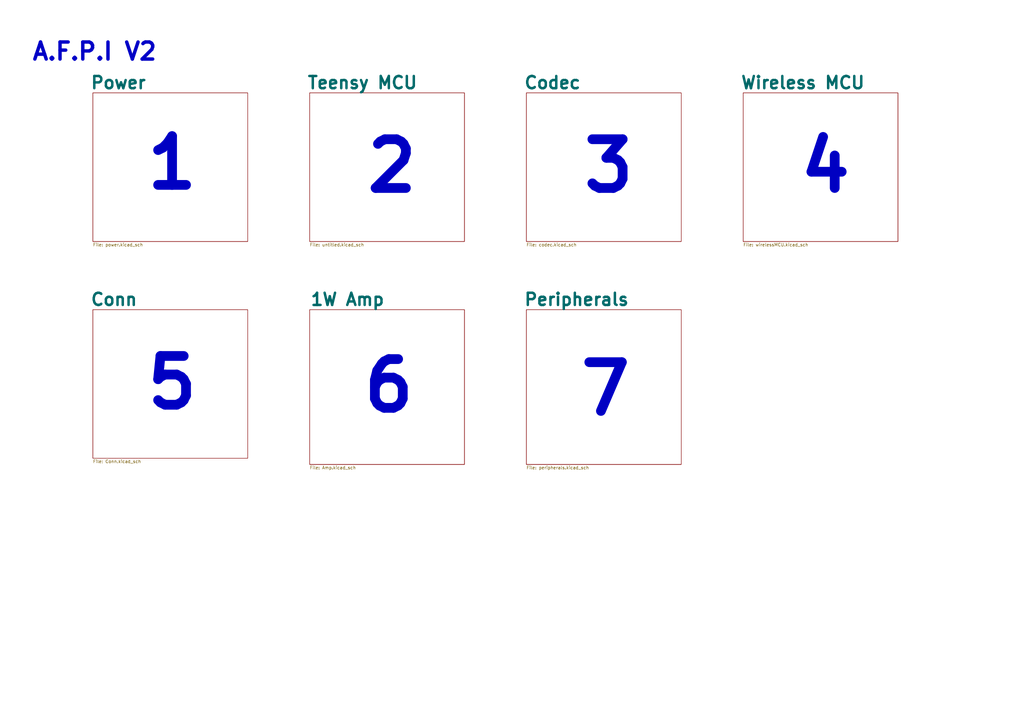
<source format=kicad_sch>
(kicad_sch (version 20230121) (generator eeschema)
  (paper "A3")
  (lib_symbols)
  (text "7" (at 236.22 171.45 0) (effects (font (size 20 20) (thickness 4) bold) (justify left bottom)))
  (text "3" (at 237.49 80.01 0) (effects (font (size 20 20) (thickness 4) bold) (justify left bottom)))
  (text "4" (at 326.39 80.01 0) (effects (font (size 20 20) (thickness 4) bold) (justify left bottom)))
  (text "2" (at 148.59 80.01 0) (effects (font (size 20 20) (thickness 4) bold) (justify left bottom)))
  (text "A.F.P.I V2" (at 12.7 25.4 0) (effects (font (size 7 7) bold) (justify left bottom)))
  (text "5" (at 58.42 168.91 0) (effects (font (size 20 20) (thickness 4) bold) (justify left bottom)))
  (text "6" (at 147.32 170.18 0) (effects (font (size 20 20) (thickness 4) bold) (justify left bottom)))
  (text "1" (at 58.42 78.74 0) (effects (font (size 20 20) (thickness 4) bold) (justify left bottom)))
  (sheet (at 215.9 127) (size 63.5 63.5) (stroke (width 0.1524))
    (property "Sheetname" "Peripherals" (at 214.63 125.73 0) (effects (font (size 5 5) bold) (justify left bottom)))
    (property "Sheetfile" "peripherals.kicad_sch" (at 215.9 191.0846 0) (effects (justify left top)))
  )
  (sheet (at 304.8 38.1) (size 63.5 60.96) (stroke (width 0.1524))
    (property "Sheetname" "Wireless MCU" (at 303.53 36.83 0) (effects (font (size 5 5) bold) (justify left bottom)))
    (property "Sheetfile" "wirelessMCU.kicad_sch" (at 304.8 99.6446 0) (effects (justify left top)))
  )
  (sheet (at 38.1 38.1) (size 63.5 60.96) (stroke (width 0.1524))
    (property "Sheetname" "Power" (at 36.83 36.83 0) (effects (font (size 5 5) bold) (justify left bottom)))
    (property "Sheetfile" "power.kicad_sch" (at 38.1 99.6446 0) (effects (justify left top)))
  )
  (sheet (at 127 127) (size 63.5 63.5) (stroke (width 0.1524))
    (property "Sheetname" "1W Amp" (at 127 125.73 0) (effects (font (size 5 5) bold) (justify left bottom)))
    (property "Sheetfile" "Amp.kicad_sch" (at 127 191.0846 0) (effects (justify left top)))
  )
  (sheet (at 38.1 127) (size 63.5 60.96) (stroke (width 0.1524))
    (property "Sheetname" "Conn" (at 36.83 125.73 0) (effects (font (size 5 5) bold) (justify left bottom)))
    (property "Sheetfile" "Conn.kicad_sch" (at 38.1 188.5446 0) (effects (justify left top)))
  )
  (sheet (at 215.9 38.1) (size 63.5 60.96) (stroke (width 0.1524))
    (property "Sheetname" "Codec" (at 214.63 36.83 0) (effects (font (size 5 5) bold) (justify left bottom)))
    (property "Sheetfile" "codec.kicad_sch" (at 215.9 99.6446 0) (effects (justify left top)))
  )
  (sheet (at 127 38.1) (size 63.5 60.96) (stroke (width 0.1524))
    (property "Sheetname" "Teensy MCU" (at 125.73 36.83 0) (effects (font (size 5 5) bold) (justify left bottom)))
    (property "Sheetfile" "untitled.kicad_sch" (at 127 99.6446 0) (effects (justify left top)))
  )
)
</source>
